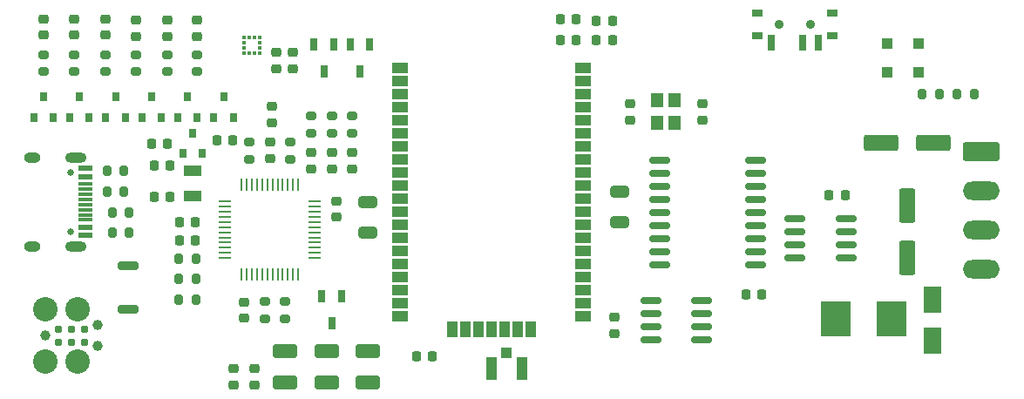
<source format=gbr>
%TF.GenerationSoftware,KiCad,Pcbnew,(6.99.0-1917-g23fb4c7433)*%
%TF.CreationDate,2022-06-08T13:57:36+10:00*%
%TF.ProjectId,samd21_gps_tracker,73616d64-3231-45f6-9770-735f74726163,rev?*%
%TF.SameCoordinates,Original*%
%TF.FileFunction,Soldermask,Bot*%
%TF.FilePolarity,Negative*%
%FSLAX46Y46*%
G04 Gerber Fmt 4.6, Leading zero omitted, Abs format (unit mm)*
G04 Created by KiCad (PCBNEW (6.99.0-1917-g23fb4c7433)) date 2022-06-08 13:57:36*
%MOMM*%
%LPD*%
G01*
G04 APERTURE LIST*
G04 Aperture macros list*
%AMRoundRect*
0 Rectangle with rounded corners*
0 $1 Rounding radius*
0 $2 $3 $4 $5 $6 $7 $8 $9 X,Y pos of 4 corners*
0 Add a 4 corners polygon primitive as box body*
4,1,4,$2,$3,$4,$5,$6,$7,$8,$9,$2,$3,0*
0 Add four circle primitives for the rounded corners*
1,1,$1+$1,$2,$3*
1,1,$1+$1,$4,$5*
1,1,$1+$1,$6,$7*
1,1,$1+$1,$8,$9*
0 Add four rect primitives between the rounded corners*
20,1,$1+$1,$2,$3,$4,$5,0*
20,1,$1+$1,$4,$5,$6,$7,0*
20,1,$1+$1,$6,$7,$8,$9,0*
20,1,$1+$1,$8,$9,$2,$3,0*%
G04 Aperture macros list end*
%ADD10RoundRect,0.225000X-0.225000X-0.250000X0.225000X-0.250000X0.225000X0.250000X-0.225000X0.250000X0*%
%ADD11RoundRect,0.225000X0.225000X0.250000X-0.225000X0.250000X-0.225000X-0.250000X0.225000X-0.250000X0*%
%ADD12RoundRect,0.250000X1.412500X0.550000X-1.412500X0.550000X-1.412500X-0.550000X1.412500X-0.550000X0*%
%ADD13RoundRect,0.250000X0.550000X-1.412500X0.550000X1.412500X-0.550000X1.412500X-0.550000X-1.412500X0*%
%ADD14RoundRect,0.225000X-0.250000X0.225000X-0.250000X-0.225000X0.250000X-0.225000X0.250000X0.225000X0*%
%ADD15RoundRect,0.225000X0.250000X-0.225000X0.250000X0.225000X-0.250000X0.225000X-0.250000X-0.225000X0*%
%ADD16RoundRect,0.249999X0.650001X-0.325001X0.650001X0.325001X-0.650001X0.325001X-0.650001X-0.325001X0*%
%ADD17RoundRect,0.249998X-0.925002X0.412502X-0.925002X-0.412502X0.925002X-0.412502X0.925002X0.412502X0*%
%ADD18RoundRect,0.218750X0.256250X-0.218750X0.256250X0.218750X-0.256250X0.218750X-0.256250X-0.218750X0*%
%ADD19R,1.800000X2.500000*%
%ADD20R,1.100000X1.100000*%
%ADD21C,2.374900*%
%ADD22C,0.990600*%
%ADD23C,0.787400*%
%ADD24RoundRect,0.250000X-1.550000X0.650000X-1.550000X-0.650000X1.550000X-0.650000X1.550000X0.650000X0*%
%ADD25O,3.600000X1.800000*%
%ADD26O,1.600000X1.000000*%
%ADD27O,2.100000X1.000000*%
%ADD28C,0.650000*%
%ADD29R,1.450000X0.600000*%
%ADD30R,1.450000X0.300000*%
%ADD31R,2.950000X3.500000*%
%ADD32R,0.800000X0.900000*%
%ADD33R,0.650000X1.220000*%
%ADD34RoundRect,0.200000X0.275000X-0.200000X0.275000X0.200000X-0.275000X0.200000X-0.275000X-0.200000X0*%
%ADD35RoundRect,0.200000X0.200000X0.275000X-0.200000X0.275000X-0.200000X-0.275000X0.200000X-0.275000X0*%
%ADD36RoundRect,0.200000X-0.275000X0.200000X-0.275000X-0.200000X0.275000X-0.200000X0.275000X0.200000X0*%
%ADD37RoundRect,0.200000X-0.200000X-0.275000X0.200000X-0.275000X0.200000X0.275000X-0.200000X0.275000X0*%
%ADD38RoundRect,0.200000X0.800000X-0.200000X0.800000X0.200000X-0.800000X0.200000X-0.800000X-0.200000X0*%
%ADD39R,1.000000X0.800000*%
%ADD40C,0.900000*%
%ADD41R,0.700000X1.500000*%
%ADD42RoundRect,0.150000X0.825000X0.150000X-0.825000X0.150000X-0.825000X-0.150000X0.825000X-0.150000X0*%
%ADD43R,0.250000X1.300000*%
%ADD44R,1.300000X0.250000*%
%ADD45RoundRect,0.150000X-0.875000X-0.150000X0.875000X-0.150000X0.875000X0.150000X-0.875000X0.150000X0*%
%ADD46R,1.524000X1.016000*%
%ADD47R,1.016000X1.524000*%
%ADD48RoundRect,0.150000X-0.825000X-0.150000X0.825000X-0.150000X0.825000X0.150000X-0.825000X0.150000X0*%
%ADD49R,0.375000X0.350000*%
%ADD50R,0.350000X0.375000*%
%ADD51R,1.800000X1.000000*%
%ADD52R,1.200000X1.400000*%
%ADD53R,1.100000X2.250000*%
%ADD54R,1.050000X1.100000*%
G04 APERTURE END LIST*
D10*
%TO.C,C1*%
X152225000Y-56000000D03*
X153775000Y-56000000D03*
%TD*%
D11*
%TO.C,C2*%
X153775000Y-53000000D03*
X152225000Y-53000000D03*
%TD*%
%TO.C,C3*%
X156275000Y-58500000D03*
X154725000Y-58500000D03*
%TD*%
%TO.C,C4*%
X156275000Y-60200000D03*
X154725000Y-60200000D03*
%TD*%
%TO.C,C5*%
X219375000Y-55800000D03*
X217825000Y-55800000D03*
%TD*%
D12*
%TO.C,C6*%
X227917500Y-50770000D03*
X222842500Y-50770000D03*
%TD*%
D13*
%TO.C,C7*%
X225400000Y-61937500D03*
X225400000Y-56862500D03*
%TD*%
D14*
%TO.C,C8*%
X161000000Y-66225000D03*
X161000000Y-67775000D03*
%TD*%
D15*
%TO.C,C9*%
X163700000Y-48775000D03*
X163700000Y-47225000D03*
%TD*%
D11*
%TO.C,C10*%
X211275000Y-65500000D03*
X209725000Y-65500000D03*
%TD*%
D14*
%TO.C,C11*%
X205500000Y-46975000D03*
X205500000Y-48525000D03*
%TD*%
D15*
%TO.C,C12*%
X198500000Y-48525000D03*
X198500000Y-46975000D03*
%TD*%
D16*
%TO.C,C13*%
X173000000Y-59475000D03*
X173000000Y-56525000D03*
%TD*%
D10*
%TO.C,C14*%
X195225000Y-38900000D03*
X196775000Y-38900000D03*
%TD*%
D11*
%TO.C,C15*%
X193275000Y-38750000D03*
X191725000Y-38750000D03*
%TD*%
D14*
%TO.C,C16*%
X197000000Y-67725000D03*
X197000000Y-69275000D03*
%TD*%
D16*
%TO.C,C17*%
X197500000Y-58475000D03*
X197500000Y-55525000D03*
%TD*%
D10*
%TO.C,C18*%
X195225000Y-40750000D03*
X196775000Y-40750000D03*
%TD*%
D11*
%TO.C,C19*%
X193275000Y-40750000D03*
X191725000Y-40750000D03*
%TD*%
D14*
%TO.C,C20*%
X165750000Y-41975000D03*
X165750000Y-43525000D03*
%TD*%
%TO.C,C21*%
X164100000Y-41975000D03*
X164100000Y-43525000D03*
%TD*%
%TO.C,C22*%
X171500000Y-51725000D03*
X171500000Y-53275000D03*
%TD*%
%TO.C,C23*%
X169500000Y-51725000D03*
X169500000Y-53275000D03*
%TD*%
%TO.C,C24*%
X167500000Y-51725000D03*
X167500000Y-53275000D03*
%TD*%
D10*
%TO.C,C25*%
X177725000Y-71500000D03*
X179275000Y-71500000D03*
%TD*%
D14*
%TO.C,C26*%
X160000000Y-72725000D03*
X160000000Y-74275000D03*
%TD*%
%TO.C,C27*%
X162000000Y-72725000D03*
X162000000Y-74275000D03*
%TD*%
D17*
%TO.C,C28*%
X165000000Y-70962500D03*
X165000000Y-74037500D03*
%TD*%
%TO.C,C29*%
X169000000Y-70962500D03*
X169000000Y-74037500D03*
%TD*%
%TO.C,C30*%
X173000000Y-70962500D03*
X173000000Y-74037500D03*
%TD*%
D18*
%TO.C,D1*%
X141500000Y-40287500D03*
X141500000Y-38712500D03*
%TD*%
%TO.C,D2*%
X144500000Y-40287500D03*
X144500000Y-38712500D03*
%TD*%
D19*
%TO.C,D3*%
X227899999Y-65999999D03*
X227899999Y-69999999D03*
%TD*%
D18*
%TO.C,D4*%
X147500000Y-40287500D03*
X147500000Y-38712500D03*
%TD*%
%TO.C,D5*%
X150500000Y-40387500D03*
X150500000Y-38812500D03*
%TD*%
%TO.C,D6*%
X153500000Y-40387500D03*
X153500000Y-38812500D03*
%TD*%
D20*
%TO.C,D7*%
X226499999Y-43899999D03*
X226499999Y-41099999D03*
%TD*%
%TO.C,D8*%
X223499999Y-43899999D03*
X223499999Y-41099999D03*
%TD*%
D18*
%TO.C,FB1*%
X163500000Y-52287500D03*
X163500000Y-50712500D03*
%TD*%
D21*
%TO.C,J1*%
X141660000Y-66960000D03*
D22*
X141660000Y-69500000D03*
D21*
X141660000Y-72040000D03*
X144835000Y-66960000D03*
X144835000Y-72040000D03*
D22*
X146740000Y-68484000D03*
X146740000Y-70516000D03*
D23*
X142930000Y-68865000D03*
X142930000Y-70135000D03*
X144200000Y-68865000D03*
X144200000Y-70135000D03*
X145470000Y-68865000D03*
X145470000Y-70135000D03*
%TD*%
D24*
%TO.C,J2*%
X232600000Y-51600000D03*
D25*
X232599999Y-55409999D03*
X232599999Y-59219999D03*
X232599999Y-63029999D03*
%TD*%
D26*
%TO.C,J5*%
X140449999Y-60819999D03*
D27*
X144629999Y-60819999D03*
D28*
X144100000Y-59390000D03*
X144100000Y-53610000D03*
D26*
X140449999Y-52179999D03*
D27*
X144629999Y-52179999D03*
D29*
X145544999Y-59749999D03*
X145544999Y-58949999D03*
D30*
X145544999Y-57749999D03*
X145544999Y-56749999D03*
X145544999Y-56249999D03*
X145544999Y-55249999D03*
D29*
X145544999Y-54049999D03*
X145544999Y-53249999D03*
X145544999Y-53249999D03*
X145544999Y-54049999D03*
D30*
X145544999Y-54749999D03*
X145544999Y-55749999D03*
X145544999Y-57249999D03*
X145544999Y-58249999D03*
D29*
X145544999Y-58949999D03*
X145544999Y-59749999D03*
%TD*%
D31*
%TO.C,L1*%
X218474999Y-67899999D03*
X223924999Y-67899999D03*
%TD*%
D32*
%TO.C,Q1*%
X142449999Y-48299999D03*
X140549999Y-48299999D03*
X141499999Y-46299999D03*
%TD*%
%TO.C,Q2*%
X145949999Y-48299999D03*
X144049999Y-48299999D03*
X144999999Y-46299999D03*
%TD*%
%TO.C,Q3*%
X149449999Y-48299999D03*
X147549999Y-48299999D03*
X148499999Y-46299999D03*
%TD*%
%TO.C,Q4*%
X152949999Y-48299999D03*
X151049999Y-48299999D03*
X151999999Y-46299999D03*
%TD*%
%TO.C,Q5*%
X156449999Y-48299999D03*
X154549999Y-48299999D03*
X155499999Y-46299999D03*
%TD*%
D33*
%TO.C,Q6*%
X171299999Y-41189999D03*
X173199999Y-41189999D03*
X172249999Y-43809999D03*
%TD*%
%TO.C,Q7*%
X167799999Y-41189999D03*
X169699999Y-41189999D03*
X168749999Y-43809999D03*
%TD*%
%TO.C,Q8*%
X168549999Y-65689999D03*
X170449999Y-65689999D03*
X169499999Y-68309999D03*
%TD*%
D34*
%TO.C,R1*%
X165000000Y-67825000D03*
X165000000Y-66175000D03*
%TD*%
%TO.C,R2*%
X163000000Y-67825000D03*
X163000000Y-66175000D03*
%TD*%
D35*
%TO.C,R3*%
X156325000Y-66000000D03*
X154675000Y-66000000D03*
%TD*%
D36*
%TO.C,R4*%
X141500000Y-42175000D03*
X141500000Y-43825000D03*
%TD*%
%TO.C,R5*%
X144500000Y-42175000D03*
X144500000Y-43825000D03*
%TD*%
D37*
%TO.C,R6*%
X154675000Y-64000000D03*
X156325000Y-64000000D03*
%TD*%
%TO.C,R7*%
X154675000Y-62000000D03*
X156325000Y-62000000D03*
%TD*%
D36*
%TO.C,R8*%
X147500000Y-42175000D03*
X147500000Y-43825000D03*
%TD*%
%TO.C,R9*%
X150500000Y-42175000D03*
X150500000Y-43825000D03*
%TD*%
%TO.C,R10*%
X153500000Y-42175000D03*
X153500000Y-43825000D03*
%TD*%
%TO.C,R11*%
X161500000Y-50675000D03*
X161500000Y-52325000D03*
%TD*%
%TO.C,R12*%
X165500000Y-50675000D03*
X165500000Y-52325000D03*
%TD*%
D34*
%TO.C,R13*%
X171500000Y-49825000D03*
X171500000Y-48175000D03*
%TD*%
%TO.C,R14*%
X169500000Y-49825000D03*
X169500000Y-48175000D03*
%TD*%
%TO.C,R15*%
X167500000Y-49825000D03*
X167500000Y-48175000D03*
%TD*%
D37*
%TO.C,R17*%
X147675000Y-53500000D03*
X149325000Y-53500000D03*
%TD*%
%TO.C,R18*%
X147675000Y-55500000D03*
X149325000Y-55500000D03*
%TD*%
%TO.C,R19*%
X148175000Y-57500000D03*
X149825000Y-57500000D03*
%TD*%
D38*
%TO.C,SW1*%
X149700000Y-66900000D03*
X149700000Y-62700000D03*
%TD*%
D39*
%TO.C,SW2*%
X210849999Y-38169999D03*
X210849999Y-40379999D03*
D40*
X213000000Y-39270000D03*
X216000000Y-39270000D03*
D39*
X218149999Y-38169999D03*
X218149999Y-40379999D03*
D41*
X212249999Y-41029999D03*
X215249999Y-41029999D03*
X216749999Y-41029999D03*
%TD*%
D42*
%TO.C,U1*%
X219475000Y-58095000D03*
X219475000Y-59365000D03*
X219475000Y-60635000D03*
X219475000Y-61905000D03*
X214525000Y-61905000D03*
X214525000Y-60635000D03*
X214525000Y-59365000D03*
X214525000Y-58095000D03*
%TD*%
D43*
%TO.C,U2*%
X160749999Y-54849999D03*
X161249999Y-54849999D03*
X161749999Y-54849999D03*
X162249999Y-54849999D03*
X162749999Y-54849999D03*
X163249999Y-54849999D03*
X163749999Y-54849999D03*
X164249999Y-54849999D03*
X164749999Y-54849999D03*
X165249999Y-54849999D03*
X165749999Y-54849999D03*
X166249999Y-54849999D03*
D44*
X167849999Y-56449999D03*
X167849999Y-56949999D03*
X167849999Y-57449999D03*
X167849999Y-57949999D03*
X167849999Y-58449999D03*
X167849999Y-58949999D03*
X167849999Y-59449999D03*
X167849999Y-59949999D03*
X167849999Y-60449999D03*
X167849999Y-60949999D03*
X167849999Y-61449999D03*
X167849999Y-61949999D03*
D43*
X166249999Y-63549999D03*
X165749999Y-63549999D03*
X165249999Y-63549999D03*
X164749999Y-63549999D03*
X164249999Y-63549999D03*
X163749999Y-63549999D03*
X163249999Y-63549999D03*
X162749999Y-63549999D03*
X162249999Y-63549999D03*
X161749999Y-63549999D03*
X161249999Y-63549999D03*
X160749999Y-63549999D03*
D44*
X159149999Y-61949999D03*
X159149999Y-61449999D03*
X159149999Y-60949999D03*
X159149999Y-60449999D03*
X159149999Y-59949999D03*
X159149999Y-59449999D03*
X159149999Y-58949999D03*
X159149999Y-58449999D03*
X159149999Y-57949999D03*
X159149999Y-57449999D03*
X159149999Y-56949999D03*
X159149999Y-56449999D03*
%TD*%
D45*
%TO.C,U3*%
X201350000Y-62580000D03*
X201350000Y-61310000D03*
X201350000Y-60040000D03*
X201350000Y-58770000D03*
X201350000Y-57500000D03*
X201350000Y-56230000D03*
X201350000Y-54960000D03*
X201350000Y-53690000D03*
X201350000Y-52420000D03*
X210650000Y-52420000D03*
X210650000Y-53690000D03*
X210650000Y-54960000D03*
X210650000Y-56230000D03*
X210650000Y-57500000D03*
X210650000Y-58770000D03*
X210650000Y-60040000D03*
X210650000Y-61310000D03*
X210650000Y-62580000D03*
%TD*%
D46*
%TO.C,U5*%
X193889999Y-43434999D03*
X193889999Y-44704999D03*
X193889999Y-45974999D03*
X193889999Y-47244999D03*
X193889999Y-48514999D03*
X193889999Y-49784999D03*
X193889999Y-51054999D03*
X193889999Y-52324999D03*
X193889999Y-53594999D03*
X193889999Y-54864999D03*
X193889999Y-56134999D03*
X193889999Y-57404999D03*
X193889999Y-58674999D03*
X193889999Y-59944999D03*
X193889999Y-61214999D03*
X193889999Y-62484999D03*
X193889999Y-63754999D03*
X193889999Y-65024999D03*
X193889999Y-66294999D03*
X193889999Y-67564999D03*
D47*
X188809999Y-68834999D03*
X187539999Y-68834999D03*
X186269999Y-68834999D03*
X184999999Y-68834999D03*
X183729999Y-68834999D03*
X182459999Y-68834999D03*
X181189999Y-68834999D03*
D46*
X176109999Y-67564999D03*
X176109999Y-66294999D03*
X176109999Y-65024999D03*
X176109999Y-63754999D03*
X176109999Y-62484999D03*
X176109999Y-61214999D03*
X176109999Y-59944999D03*
X176109999Y-58674999D03*
X176109999Y-57404999D03*
X176109999Y-56134999D03*
X176109999Y-54864999D03*
X176109999Y-53594999D03*
X176109999Y-52324999D03*
X176109999Y-51054999D03*
X176109999Y-49784999D03*
X176109999Y-48514999D03*
X176109999Y-47244999D03*
X176109999Y-45974999D03*
X176109999Y-44704999D03*
X176109999Y-43434999D03*
%TD*%
D48*
%TO.C,U6*%
X200525000Y-69905000D03*
X200525000Y-68635000D03*
X200525000Y-67365000D03*
X200525000Y-66095000D03*
X205475000Y-66095000D03*
X205475000Y-67365000D03*
X205475000Y-68635000D03*
X205475000Y-69905000D03*
%TD*%
D49*
%TO.C,U7*%
X160987499Y-41999999D03*
X160987499Y-41499999D03*
X160987499Y-40999999D03*
X160987499Y-40499999D03*
D50*
X161499999Y-40487499D03*
X161999999Y-40487499D03*
D49*
X162512499Y-40499999D03*
X162512499Y-40999999D03*
X162512499Y-41499999D03*
X162512499Y-41999999D03*
D50*
X161999999Y-42012499D03*
X161499999Y-42012499D03*
%TD*%
D51*
%TO.C,Y1*%
X155999999Y-53449999D03*
X155999999Y-55949999D03*
%TD*%
D52*
%TO.C,Y2*%
X201149999Y-48849999D03*
X201149999Y-46649999D03*
X202849999Y-46649999D03*
X202849999Y-48849999D03*
%TD*%
D37*
%TO.C,R16*%
X148175000Y-59500000D03*
X149825000Y-59500000D03*
%TD*%
D15*
%TO.C,C31*%
X170000000Y-57975000D03*
X170000000Y-56425000D03*
%TD*%
D53*
%TO.C,J3*%
X185024999Y-72699999D03*
X187974999Y-72699999D03*
D54*
X186499999Y-71149999D03*
%TD*%
D37*
%TO.C,R21*%
X226875000Y-46000000D03*
X228525000Y-46000000D03*
%TD*%
%TO.C,R22*%
X230275000Y-46000000D03*
X231925000Y-46000000D03*
%TD*%
D10*
%TO.C,C32*%
X158325000Y-50500000D03*
X159875000Y-50500000D03*
%TD*%
%TO.C,C33*%
X152025000Y-50800000D03*
X153575000Y-50800000D03*
%TD*%
D32*
%TO.C,U9*%
X156949999Y-51799999D03*
X155049999Y-51799999D03*
X155999999Y-49799999D03*
%TD*%
D18*
%TO.C,D9*%
X156400000Y-40387500D03*
X156400000Y-38812500D03*
%TD*%
D32*
%TO.C,Q9*%
X159949999Y-48299999D03*
X158049999Y-48299999D03*
X158999999Y-46299999D03*
%TD*%
D36*
%TO.C,R20*%
X156400000Y-42175000D03*
X156400000Y-43825000D03*
%TD*%
M02*

</source>
